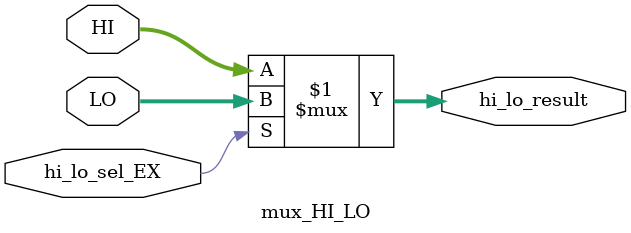
<source format=v>
`timescale 1ns / 1ps

module mux_RegDst(
	rt, rd, RegDst, branchop_EX,
	out 
);
	input [4:0] rt, rd;
	input RegDst;
	input [3:0] branchop_EX;
	output [4:0] out;
	
	assign out = (RegDst == 0 & branchop_EX == 4'b0001) ? 5'b11111 //jal
			   : (RegDst == 0) ? rt  
			   : rd;
	
endmodule

module mux_WD(
	ALU_Result_WB, Load_Word, Jal_addr_WB, Mem2Gpr_WB, branchop_WB, 
		hi_lo_result_WB, Opcode_WB, Func_WB, CP0_Out_WB, rs_WB,   
	WD
);
	input [31:0] ALU_Result_WB, Load_Word, Jal_addr_WB, hi_lo_result_WB;
	input Mem2Gpr_WB;
	input [3:0] branchop_WB;
	input [5:0] Opcode_WB, Func_WB;
	input [31:0] CP0_Out_WB;
	input [4:0] rs_WB;
	output [31:0] WD;

	wire is_mf = (Opcode_WB == 6'b000000) & ((Func_WB == 6'b010000) | (Func_WB == 6'b010010));
	wire is_mf_CP0 = (Opcode_WB == 6'b010000) & (rs_WB == 5'b00000);
	
	assign WD = ((Mem2Gpr_WB == 0) & (is_mf_CP0 == 1)) ? CP0_Out_WB //´ÓCP0È¡Öµ
			  : ((Mem2Gpr_WB == 0) & (is_mf == 1)) ? hi_lo_result_WB //´ÓHI LO¼Ä´æÆ÷È¡Öµ
			  : ((Mem2Gpr_WB == 0) & (branchop_WB == 4'b0001)) ? Jal_addr_WB //jal
			  : ((Mem2Gpr_WB == 0) & (branchop_WB == 4'b1001)) ? Jal_addr_WB //jalr
			  : ((Mem2Gpr_WB == 0) & (branchop_WB != 4'b0001)) ? ALU_Result_WB 
			  : Load_Word;
	
endmodule

module mux_ALUSrc(
	RD2, EXT_Out, EXT32, ALUSrc
);
	input [31:0] RD2, EXT_Out;
	input ALUSrc;
	output [31:0] EXT32;
	
	assign EXT32 = (ALUSrc == 0) ? RD2 : EXT_Out;
	
endmodule

module mux_R_W_A (
	mux_RD_EX, RD_EX, WD, ALU_Result_MEM, hi_lo_result_MEM, CP0_Out_MEM, Jal_addr_MEM,  //for both RD1 RD2
	ALU_RD
);
	input [2:0] mux_RD_EX;
	input [31:0] RD_EX, WD, ALU_Result_MEM, hi_lo_result_MEM, CP0_Out_MEM, Jal_addr_MEM;
	output [31:0] ALU_RD;

	assign ALU_RD = (mux_RD_EX == 3'b100) ? CP0_Out_MEM
				  : (mux_RD_EX == 3'b000) ? RD_EX
				  : (mux_RD_EX == 3'b101) ? Jal_addr_MEM 
				  : (mux_RD_EX == 3'b001) ? WD 
				  : (mux_RD_EX == 3'b010) ? ALU_Result_MEM 
				  : hi_lo_result_MEM;

endmodule

module mux_RD_AM (
	RD, ALU_Result_MEM, mux_RD, hi_lo_result_MEM, Jal_addr_MEM, CP0_Out_MEM,
	RD_ID
);
	input [31:0] RD, ALU_Result_MEM, hi_lo_result_MEM, Jal_addr_MEM, CP0_Out_MEM;
	input [2:0] mux_RD;
	output [31:0] RD_ID;

	assign RD_ID = (mux_RD == 3'b100) ? CP0_Out_MEM
				 : (mux_RD == 3'b010) ? hi_lo_result_MEM 
				 : (mux_RD == 3'b001) ? ALU_Result_MEM
				 : (mux_RD == 3'b000) ? RD
				 : Jal_addr_MEM;

endmodule

module mux_J_PC (
	PC_ID, RD1_ID, oder_ID,
	J_PC_ID, B_PC_ID, Jr_PC_ID, Jal_PC_ID, Jal_addr
);
	input [31:0] oder_ID;
	input [31:2] PC_ID;
	input [31:0] RD1_ID;
	output [31:2] J_PC_ID;
	output [31:2] B_PC_ID;
	output [31:2] Jr_PC_ID;
	output [31:2] Jal_PC_ID;
	output [31:0] Jal_addr;

	assign J_PC_ID = {PC_ID[31:28], oder_ID[25:0]};
	assign B_PC_ID = {PC_ID + 1 + {{14{oder_ID[15]}}, oder_ID[15:0]}};
	assign Jr_PC_ID = (RD1_ID[31:2]);
	assign Jal_PC_ID = {PC_ID[31:28], oder_ID[25:0]};
	assign Jal_addr = {PC_ID + 2, 2'b00}; //PC+8

endmodule

module mux_PC (
	J_PC_ID, B_PC_ID, Jr_PC_ID, Jal_PC_ID, PC_IF, branch, rt, Br, 
		branchop, is_eret, EPC, ALU_RD2, RD2_MEM, Exception, is_mtc0_EX, 
		is_mtc0_MEM, rd_EX, rd_MEM,// IntReq, HWInt, Over, dm_Over, //Error, 
	NPC	
);
	input [31:2] J_PC_ID, B_PC_ID, Jr_PC_ID, Jal_PC_ID, PC_IF;
	input  branch;
	input [3:0] branchop;
	input [4:0] rt;
	input Br;
	//input IntReq;
	input Exception;//·¢ÉúÒì³£
	input is_eret;
	input [31:2] EPC;
	//input [31:0] RD2_ID; //×ª·¢mtc0ÐÅºÅ
	input [31:0] ALU_RD2; //×ª·¢mtc0ÐÅºÅ
	input [31:0] RD2_MEM;
	input [4:0] rd_EX, rd_MEM;
	input is_mtc0_EX, is_mtc0_MEM;
	output [31:2] NPC;
	wire [31:0] enter = 32'h00004180;
	
	assign NPC = (Exception === 1) ? enter[31:2] //Òì³£ÓëÖÐ¶ÏµÄÈë¿Ú
			   : ((is_eret === 1) & (is_mtc0_EX === 1) & (rd_EX === 14)) ? ALU_RD2[31:2] //µ±CP0[2]±»¸´Ð´Ê±´ÓEX×ª·¢mtc0
			   : ((is_eret === 1) & (is_mtc0_MEM === 1) & (rd_MEM === 14)) ? RD2_MEM[31:2] //µ±CP0[2]±»¸´Ð´Ê±´ÓMEM×ª·¢mtc0
			   : (is_eret === 1) ? EPC
			   : ((branch === 1) & (Br===1'b1)) ? B_PC_ID //beq
			   : ((branch === 1) & (Br===1'b1)) ? B_PC_ID //bne
			   : ((branch === 1) & (Br===1'b1)) ? B_PC_ID //blez
			   : ((branch === 1) & (Br===1'b1)) ? B_PC_ID //bgtz
			   : ((branch === 1) & (Br===1'b1) & (rt === 0)) ? B_PC_ID //bltz
			   : ((branch === 1) & (Br===1'b1) & (rt !== 0)) ? B_PC_ID //bgez
			   : ((branch === 1) & (branchop === 4'b0001)) ? Jal_PC_ID //jal
			   : ((branch === 1) & (branchop === 4'b0010)) ? Jr_PC_ID //jr
			   : ((branch === 1) & (branchop === 4'b0011)) ? J_PC_ID //j
			   : ((branch === 1) & (branchop === 4'b1001)) ? Jr_PC_ID //jalr
			   : PC_IF + 1;


endmodule

module mux_load_oder (
	Opcode_WB, ALU_Result_WB, RAM_Load_WB,
	Load_Word	
);
	input [5:0] Opcode_WB;
	input [31:0] ALU_Result_WB;
	input [31:0] RAM_Load_WB;
	//input [31:0] DEV_to_CPU_RD_WB;
	output [31:0] Load_Word;

	wire [1:0] lb_byte = ALU_Result_WB[1:0];
	wire lh_byte = ALU_Result_WB[1];
	wire [31:0] lb, lbu, lh, lhu;

	assign lb =  ((Opcode_WB == 6'b100000) & (lb_byte == 2'b00)) ? {{24{RAM_Load_WB[7]}}, RAM_Load_WB[7:0]} 
				:((Opcode_WB == 6'b100000) & (lb_byte == 2'b01)) ? {{24{RAM_Load_WB[15]}}, RAM_Load_WB[15:8]}
				:((Opcode_WB == 6'b100000) & (lb_byte == 2'b10)) ? {{24{RAM_Load_WB[23]}}, RAM_Load_WB[23:16]}
				:((Opcode_WB == 6'b100000) & (lb_byte == 2'b11)) ? {{24{RAM_Load_WB[31]}}, RAM_Load_WB[31:24]} 
				: 32'b0;
						
	assign lbu =  ((Opcode_WB == 6'b100100) & (lb_byte == 2'b00)) ? {24'b0, RAM_Load_WB[7:0]}
				: ((Opcode_WB == 6'b100100) & (lb_byte == 2'b01)) ? {24'b0, RAM_Load_WB[15:8]}
				: ((Opcode_WB == 6'b100100) & (lb_byte == 2'b10)) ? {24'b0, RAM_Load_WB[23:16]}
				: ((Opcode_WB == 6'b100100) & (lb_byte == 2'b11)) ? {24'b0, RAM_Load_WB[31:24]}
				: 32'b0;
	assign lh =  ((Opcode_WB == 6'b100001) & (lh_byte == 1'b0)) ? {{16{RAM_Load_WB[15]}}, RAM_Load_WB[15:0]}
				:((Opcode_WB == 6'b100001) & (lh_byte == 1'b1)) ? {{16{RAM_Load_WB[31]}}, RAM_Load_WB[31:16]}
				: 32'b0;
	assign lhu =  ((Opcode_WB == 6'b100101) & (lh_byte == 1'b0)) ? {16'b0, RAM_Load_WB[15:0]}
				: ((Opcode_WB == 6'b100101) & (lh_byte == 1'b1)) ? {16'b0, RAM_Load_WB[31:16]}
				: 32'b0;

	assign Load_Word = (lb != 0) ? lb
					 : (lbu != 0) ? lbu
					 : (lh != 0) ? lh
					 : (lhu != 0) ? lhu
					 : RAM_Load_WB;

endmodule

module mux_BE (
	Opcode_MEM, ALU_Result_MEM,
	BE	
);
	input [5:0] Opcode_MEM;
	input [31:0] ALU_Result_MEM;
	output [3:0] BE;

	wire [1:0] sb_byte = ALU_Result_MEM[1:0];
	wire sh_byte = ALU_Result_MEM[1];
	wire is_sb = (Opcode_MEM == 6'b101000);
	wire is_sh = (Opcode_MEM == 6'b101001);

	assign BE = ((is_sb) & (sb_byte == 2'b00)) ? 4'b0001
			  : ((is_sb) & (sb_byte == 2'b01)) ? 4'b0010
			  : ((is_sb) & (sb_byte == 2'b10)) ? 4'b0100 
			  : ((is_sb) & (sb_byte == 2'b11)) ? 4'b1000
			  : ((is_sh) & (sh_byte == 1'b0)) ? 4'b0011 
			  : ((is_sh) & (sh_byte == 1'b1)) ? 4'b1100 
			  : 4'b1111;

endmodule


module mux_shamt_EX_ALU_RD1 (
	shamt_EX, ALU_RD1, ALUOp_EX,
	ALU_RD1_Sel	
);
	input [4:0] shamt_EX;
	input [31:0] ALU_RD1;
	input [4:0] ALUOp_EX;
	output [31:0] ALU_RD1_Sel;

	assign ALU_RD1_Sel = ((ALUOp_EX == 5'b00110) //sll 
						| (ALUOp_EX == 5'b00111) //srl
						| (ALUOp_EX == 5'b01000)) //sra
						?  {27'b0, shamt_EX} : ALU_RD1;
endmodule

module mux_HI_LO (
	HI, LO, hi_lo_sel_EX, 
	hi_lo_result	
);
	input [31:0] HI, LO;
	input hi_lo_sel_EX;
	output [31:0] hi_lo_result;

	assign hi_lo_result = (hi_lo_sel_EX) ? LO : HI;

endmodule

/*module mux_dm_Over (
	ALU_Result_MEM, MemWrite_MEM, 
	dm_Over  	
);
	input [31:2] ALU_Result_MEM;
	input MemWrite_MEM;
	output dm_Over;

	assign dm_Over = (MemWrite_MEM & ((ALU_Result_MEM > 2047) | (ALU_Result_MEM < 0)));

endmodule*/
</source>
